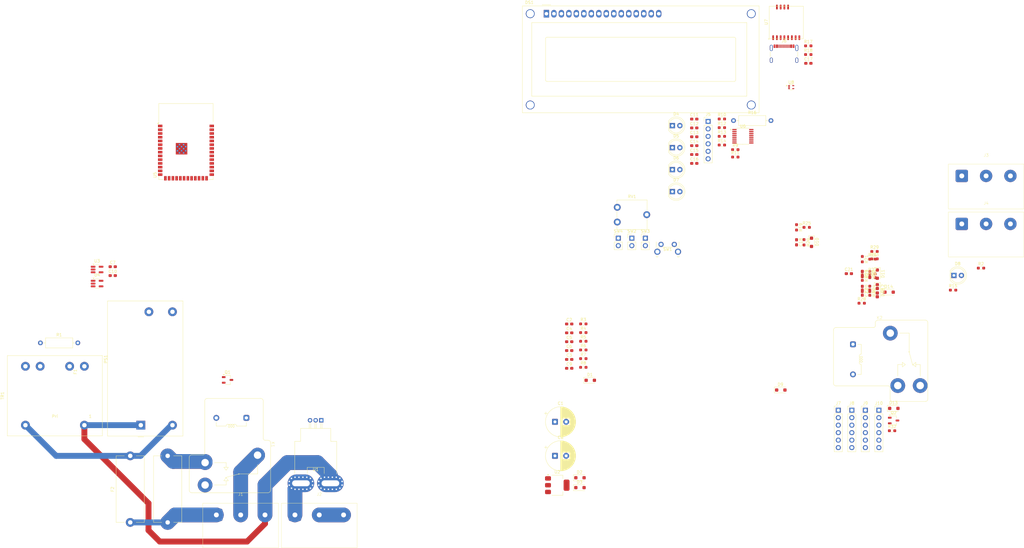
<source format=kicad_pcb>
(kicad_pcb (version 20241229) (generator "pcbnew") (generator_version "9.0")
  (layers (0 "F.Cu" signal) (2 "B.Cu" signal) (13 "F.Paste" user) (15 "B.Paste" user) (5 "F.SilkS" user "F.Silkscreen") (7 "B.SilkS" user "B.Silkscreen") (1 "F.Mask" user) (3 "B.Mask" user) (25 "Edge.Cuts" user))
  (net 0 "")
  (net 1 "Net-(D13-A)")
  (net 2 "/Main PCB/Auxilliary connectors/AuxExt.5")
  (net 3 "/Main PCB/Auxilliary connectors/Aux.7")
  (net 4 "GND")
  (net 5 "/Main PCB/Auxilliary connectors/AuxExt.4")
  (net 6 "/Main PCB/Auxilliary connectors/LORA.NSS")
  (net 7 "/Main PCB/Auxilliary connectors/LORA.BUSY")
  (net 8 "+3.3V")
  (net 9 "/Main PCB/Auxilliary connectors/Aux.4")
  (net 10 "/Main PCB/Auxilliary connectors/LORA.CS")
  (net 11 "/Main PCB/Auxilliary connectors/AuxExt.6")
  (net 12 "/Main PCB/Auxilliary connectors/AuxExt.7")
  (net 13 "/Main PCB/Auxilliary connectors/AuxExt.8")
  (net 14 "/Main PCB/Auxilliary connectors/SPI.SCK")
  (net 15 "/Main PCB/Auxilliary connectors/SPI.COPI")
  (net 16 "/Main PCB/Auxilliary connectors/LORA.RF_SW")
  (net 17 "/Main PCB/Auxilliary connectors/Aux.6")
  (net 18 "/Main PCB/Auxilliary connectors/LORA.RST")
  (net 19 "/Main PCB/Auxilliary connectors/Aux.5")
  (net 20 "/Main PCB/Auxilliary connectors/SPI.CIPO")
  (net 21 "+5V")
  (net 22 "/Main PCB/Auxilliary connectors/Aux.8")
  (net 23 "/Main PCB/Auxilliary connectors/LORA.DIO1")
  (net 24 "/Main PCB/Auxilliary connectors/Aux.relay")
  (net 25 "/Main PCB/Mains and power supply/Current measurement")
  (net 26 "/Main PCB/Mains and power supply/Voltage zero ref")
  (net 27 "/Main PCB/Mains and power supply/Voltage sense")
  (net 28 "/Main PCB/Microcontroller and UI/EN")
  (net 29 "/Main PCB/Microcontroller and UI/BOOT{slash}OK")
  (net 30 "Net-(D1-A)")
  (net 31 "Net-(D4-A)")
  (net 32 "Net-(D5-A)")
  (net 33 "Net-(D6-A)")
  (net 34 "Net-(D7-A)")
  (net 35 "Net-(DS1-VO)")
  (net 36 "/Main PCB/Microcontroller and UI/LCD_{5V}.D5")
  (net 37 "Net-(DS1-LED(+))")
  (net 39 "/Main PCB/Microcontroller and UI/LCD_{5V}.RS")
  (net 40 "/Main PCB/Microcontroller and UI/LCD_{5V}.D4")
  (net 42 "/Main PCB/Microcontroller and UI/LCD_{5V}.D6")
  (net 45 "/Main PCB/Microcontroller and UI/LCD_{5V}.D7")
  (net 46 "/Main PCB/Microcontroller and UI/LCD_{5V}.E")
  (net 47 "/Main PCB/Microcontroller and UI/UART.TX")
  (net 48 "/Main PCB/Microcontroller and UI/UART.RX")
  (net 49 "Earth")
  (net 50 "/Main PCB/Microcontroller and UI/USB.D_P")
  (net 51 "/Main PCB/Microcontroller and UI/USB.D_N")
  (net 53 "/Main PCB/Live out")
  (net 54 "/Main PCB/Live in")
  (net 55 "Net-(PS1-AC{slash}L)")
  (net 56 "/Main PCB/Mains and power supply/Output control")
  (net 57 "Net-(R1-Pad1)")
  (net 58 "Net-(U1-VIOUT)")
  (net 59 "/Main PCB/Microcontroller and UI/CONNECTION")
  (net 60 "/Main PCB/Microcontroller and UI/PUMP_ON")
  (net 61 "/Main PCB/Neutral in")
  (net 62 "/Main PCB/Microcontroller and UI/LCD_{3.3V}.E")
  (net 63 "Net-(U3-+)")
  (net 64 "/Main PCB/Microcontroller and UI/LCD_{3.3V}.RS")
  (net 65 "/Main PCB/Microcontroller and UI/LEFT")
  (net 66 "/Main PCB/Microcontroller and UI/LCD_{3.3V}.D5")
  (net 67 "/Main PCB/Microcontroller and UI/RIGHT")
  (net 68 "/Main PCB/Microcontroller and UI/LCD_{3.3V}.D7")
  (net 69 "Net-(D2-K)")
  (net 70 "Net-(D8-A)")
  (net 71 "/Main PCB/Microcontroller and UI/LCD_{3.3V}.D6")
  (net 72 "/Main PCB/Microcontroller and UI/LCD_{3.3V}.D4")
  (net 78 "/Main PCB/Neutral out")
  (net 79 "Net-(D9-A)")
  (net 80 "Net-(F1-Pad2)")
  (net 81 "/Main PCB/Aux NC")
  (net 82 "/Main PCB/Aux NO")
  (net 83 "/Main PCB/Aux common")
  (net 84 "Net-(J6-CC1)")
  (net 86 "Net-(J6-CC2)")
  (footprint "LED_THT:LED_D5.0mm" (layer "F.Cu") (at 181.4025 70.55)
    (property "Reference" "D7")
    (property "Value" "Output")
  )
  (footprint "Diode_SMD:D_SOD-123F" (layer "F.Cu") (at 150.04 171.068)
    (property "Reference" "D3")
    (property "Value" "3.3V - DDZ9684-7")
  )
  (footprint "Diode_SMD:D_SOD-123F" (layer "F.Cu") (at 228.6 87.76 -90)
    (property "Reference" "D10")
    (property "Value" "3.3V - DDZ9684-7")
  )
  (footprint "Capacitor_SMD:C_0603_1608Metric_Pad1.08x0.95mm_HandSolder" (layer "F.Cu") (at 223.52 87.76 -90)
    (property "Reference" "C18")
    (property "Value" "100n")
  )
  (footprint "Diode_SMD:D_SOD-123F" (layer "F.Cu") (at 218.183 137.922)
    (property "Reference" "D9")
    (property "Value" "PMEG1020EH,115")
  )
  (footprint "Connector_PinHeader_2.54mm:PinHeader_1x02_P2.54mm_Vertical" (layer "F.Cu") (at 167.64 86.36)
    (property "Reference" "SW2")
    (property "Value" "LEFT")
  )
  (footprint "Converter_ACDC:Converter_ACDC_MeanWell_IRM-10-xx_THT" (layer "F.Cu") (at 1.04 149.86 90)
    (property "Reference" "PS1")
    (property "Value" "IRM-10-5")
  )
  (footprint "Package_TO_SOT_SMD:SOT-553" (layer "F.Cu") (at 221.6925 35.06)
    (property "Reference" "U8")
    (property "Value" "TPD3E001DRLR")
  )
  (footprint "Capacitor_SMD:C_0603_1608Metric_Pad1.08x0.95mm_HandSolder" (layer "F.Cu") (at 146.395 118.508)
    (property "Reference" "C4")
    (property "Value" "100n")
  )
  (footprint "Diode_SMD:D_SOD-123F" (layer "F.Cu") (at 254.9225 104.69)
    (property "Reference" "D14")
    (property "Value" "3.3V - DDZ9684-7")
  )
  (footprint "Button_Switch_THT:SW_Tactile_SPST_Angled_PTS645Vx39-2LFS" (layer "F.Cu") (at 177.55 88.465)
    (property "Reference" "SW1")
    (property "Value" "EN")
  )
  (footprint "Resistor_SMD:R_0603_1608Metric_Pad0.98x0.95mm_HandSolder" (layer "F.Cu") (at 245.835 98.5 -90)
    (property "Reference" "R23")
    (property "Value" "10k")
  )
  (footprint "Capacitor_SMD:C_0603_1608Metric_Pad1.08x0.95mm_HandSolder" (layer "F.Cu") (at 188.8225 54.94)
    (property "Reference" "C14")
    (property "Value" "100n")
  )
  (footprint "Resistor_SMD:R_0603_1608Metric_Pad0.98x0.95mm_HandSolder" (layer "F.Cu") (at 151.175 118.418)
    (property "Reference" "R4")
    (property "Value" "R")
  )
  (footprint "Resistor_SMD:R_0603_1608Metric_Pad0.98x0.95mm_HandSolder" (layer "F.Cu") (at 249.2875 99.765)
    (property "Reference" "R34")
    (property "Value" "5.6k")
  )
  (footprint "Capacitor_SMD:C_0603_1608Metric_Pad1.08x0.95mm_HandSolder" (layer "F.Cu") (at 188.8225 51.93)
    (property "Reference" "C13")
    (property "Value" "1u")
  )
  (footprint "Resistor_SMD:R_0603_1608Metric_Pad0.98x0.95mm_HandSolder" (layer "F.Cu") (at 198.1925 48.83)
    (property "Reference" "R12")
    (property "Value" "220")
  )
  (footprint "Resistor_SMD:R_0603_1608Metric_Pad0.98x0.95mm_HandSolder" (layer "F.Cu") (at 249.9775 93.38)
    (property "Reference" "R33")
    (property "Value" "5.6k")
  )
  (footprint "Resistor_SMD:R_0603_1608Metric_Pad0.98x0.95mm_HandSolder" (layer "F.Cu") (at 227.5025 21.05)
    (property "Reference" "R17")
    (property "Value" "5.1k")
  )
  (footprint "PumpMonitorCustomFootprints:8.25mm_ScrewTerminals" (layer "F.Cu") (at 287.8325 81.515)
    (property "Reference" "J4")
    (property "Value" "Auxilliary relay")
  )
  (footprint "Capacitor_SMD:C_0603_1608Metric_Pad1.08x0.95mm_HandSolder" (layer "F.Cu") (at 188.8225 57.95)
    (property "Reference" "C15")
    (property "Value" "100n")
  )
  (footprint "J115F11CH5VDCS61_5U_Relay:J115F11CH5VDCS61-5U" (layer "F.Cu") (at 40.66 160.04 -90)
    (property "Reference" "K1")
    (property "Value" "J115F11CH5VDCS61-5U")
  )
  (footprint "Resistor_SMD:R_0603_1608Metric_Pad0.98x0.95mm_HandSolder" (layer "F.Cu") (at 255.93 151.75)
    (property "Reference" "R32")
    (property "Value" "10k")
  )
  (footprint "Resistor_SMD:R_0603_1608Metric_Pad0.98x0.95mm_HandSolder" (layer "F.Cu") (at 248.375 104.845 -90)
    (property "Reference" "R31")
    (property "Value" "10k")
  )
  (footprint "Sensor_Current:Allegro_CB_PFF" (layer "F.Cu") (at 62.28 148.195 180)
    (property "Reference" "U1")
    (property "Value" "ACS770xCB-050B-PFF")
  )
  (footprint "Resistor_SMD:R_0603_1608Metric_Pad0.98x0.95mm_HandSolder" (layer "F.Cu") (at 245.6275 108.44)
    (property "Reference" "R28")
    (property "Value" "10k")
  )
  (footprint "Connector_PinHeader_2.54mm:PinHeader_1x02_P2.54mm_Vertical" (layer "F.Cu") (at 163.05 86.36)
    (property "Reference" "SW4")
    (property "Value" "BOOT")
  )
  (footprint "Capacitor_SMD:C_0603_1608Metric_Pad1.08x0.95mm_HandSolder" (layer "F.Cu") (at 146.395 127.538)
    (property "Reference" "C3")
    (property "Value" "100n")
  )
  (footprint "Connector_PinHeader_2.54mm:PinHeader_1x06_P2.54mm_Vertical" (layer "F.Cu") (at 193.5225 46.7)
    (property "Reference" "J5")
    (property "Value" "Debug")
  )
  (footprint "Diode_SMD:D_SOD-123F" (layer "F.Cu") (at 153.54 134.62)
    (property "Reference" "D1")
    (property "Value" "PMEG1020EH,115")
  )
  (footprint "PumpMonitorCustomFootprints:8.25mm_ScrewTerminals" (layer "F.Cu") (at 61.59 180.34)
    (property "Reference" "J2")
    (property "Value" "Neutral terminals")
  )
  (footprint "Resistor_SMD:R_0603_1608Metric_Pad0.98x0.95mm_HandSolder" (layer "F.Cu") (at 151.175 121.368)
    (property "Reference" "R5")
    (property "Value" "R")
  )
  (footprint "Fuse:Fuseholder_Cylinder-5x20mm_Stelvio-Kontek_PTF78_Horizontal_Open" (layer "F.Cu") (at -2.54 182.88 90)
    (property "Reference" "F2")
    (property "Value" "600mA")
  )
  (footprint "Resistor_SMD:R_0603_1608Metric_Pad0.98x0.95mm_HandSolder" (layer "F.Cu") (at 223.52 82.68 -90)
    (property "Reference" "R19")
    (property "Value" "10k")
  )
  (footprint "LED_THT:LED_D5.0mm" (layer "F.Cu") (at 181.4025 55.61)
    (property "Reference" "D5")
    (property "Value" "Connection")
  )
  (footprint "PumpMonitorCustomFootprints:8.25mm_ScrewTerminals" (layer "F.Cu") (at 34.93 180.34)
    (property "Reference" "J1")
    (property "Value" "Live terminals")
  )
  (footprint "Package_TO_SOT_SMD:SOT-223-3_TabPin2" (layer "F.Cu") (at 142.345 170.243)
    (property "Reference" "U2")
    (property "Value" "AMS1117-3.3")
  )
  (footprint "Resistor_SMD:R_0603_1608Metric_Pad0.98x0.95mm_HandSolder" (layer "F.Cu") (at 249.2875 98.5)
    (property "Reference" "R27")
    (property "Value" "5.6k")
  )
  (footprint "Resistor_SMD:R_0603_1608Metric_Pad0.98x0.95mm_HandSolder" (layer "F.Cu") (at 248.375 98.565 -90)
    (property "Reference" "R22")
    (property "Value" "10k")
  )
  (footprint "Connector_PinHeader_2.54mm:PinHeader_1x06_P2.54mm_Vertical" (layer "F.Cu") (at 237.69 144.78)
    (property "Reference" "J7")
    (property "Value" "Aux GPIO 1")
  )
  (footprint "Resistor_SMD:R_0603_1608Metric_Pad0.98x0.95mm_HandSolder" (layer "F.Cu") (at 276.6275 103.99)
    (property "Reference" "R15")
    (property "Value" "220")
  )
  (footprint "Wio-SX1262 Module Kicad Library:Wio-SX1262 PCB Package" (layer "F.Cu") (at 214.255 18.575)
    (property "Reference" "U7")
    (property "Value" "WIO-SX1262")
  )
  (footprint "Resistor_SMD:R_0603_1608Metric_Pad0.98x0.95mm_HandSolder" (layer "F.Cu") (at 249.9775 90.87)
    (property "Reference" "R29")
    (property "Value" "10k")
  )
  (footprint "Package_TO_SOT_SMD:TSOT-23" (layer "F.Cu") (at 256.45 148.275)
    (property "Reference" "Q2")
    (property "Value" "AS2302")
  )
  (footprint "Fuse:Fuseholder_Cylinder-5x20mm_Stelvio-Kontek_PTF78_Horizontal_Open" (layer "F.Cu") (at 10.16 182.88 90)
    (property "Reference" "F1")
    (property "Value" "600mA")
  )
  (footprint "Capacitor_THT:CP_Radial_D10.0mm_P3.80mm" (layer "F.Cu") (at 141.559646 160.268)
    (property "Reference" "C8")
    (property "Value" "100u")
  )
  (footprint "Resistor_SMD:R_0603_1608Metric_Pad0.98x0.95mm_HandSolder" (layer "F.Cu") (at 248.375 103.58 -90)
    (property "Reference" "R24")
    (property "Value" "10k")
  )
  (footprint "Resistor_SMD:R_0603_1608Metric_Pad0.98x0.95mm_HandSolder" (layer "F.Cu") (at 227.5025 24)
    (property "Reference" "R18")
    (property "Value" "5.1k")
  )
  (footprint "Resistor_SMD:R_0603_1608Metric_Pad0.98x0.95mm_HandSolder" (layer "F.Cu") (at 245.835 93.485 -90)
    (property "Reference" "R21")
    (property "Value" "10k")
  )
  (footprint "Resistor_SMD:R_0603_1608Metric_Pad0.98x0.95mm_HandSolder" (layer "F.Cu") (at 151.175 124.318)
    (property "Reference" "R6")
    (property "Value" "10k")
  )
  (footprint "Diode_SMD:D_SOD-123F" (layer "F.Cu") (at 250.915 98.565 -90)
    (property "Reference" "D11")
    (property "Value" "3.3V - DDZ9684-7")
  )
  (footprint "PumpMonitorCustomFootprints:Transformer_BV302D06012" (layer "F.Cu") (at -18.1 149.86 90)
    (property "Reference" "TR1")
    (property "Value" "BV302D06012")
  )
  (footprint "Capacitor_SMD:C_0603_1608Metric_Pad1.08x0.95mm_HandSolder" (layer "F.Cu") (at 245.835 104.845 -90)
    (property "Reference" "C22")
    (property "Value" "100n")
  )
  (footprint "Package_TO_SOT_SMD:SOT-23-5_HandSoldering" (layer "F.Cu") (at -13.7925 96.995)
    (property "Reference" "U3")
    (property "Value" "LMV321")
  )
  (footprint "Resistor_SMD:R_0603_1608Metric_Pad0.98x0.95mm_HandSolder" (layer "F.Cu") (at 245.835 99.765 -90)
    (property "Reference" "R30")
    (property "Value" "10k")
  )
  (footprint "Connector_USB:USB_C_Receptacle_GCT_USB4105-xx-A_16P_TopMnt_Horizontal" (layer "F.Cu") (at 219.2825 24.86)
    (property "Reference" "J6")
    (property "Value" "USB_C_Receptacle_USB2.0_16P")
  )
  (footprint "Resistor_SMD:R_0603_1608Metric_Pad0.98x0.95mm_HandSolder" (layer "F.Cu") (at 198.1925 45.88)
    (property "Reference" "R10")
    (property "Value" "220")
  )
  (footprint "RF_Module:ESP32-S3-WROOM-1" (layer "F.Cu") (at 16.37 53.52)
    (property "Reference" "U5")
    (property "Value" "ESP32-S3-WROOM-1")
  )
  (footprint "Connector_PinHeader_2.54mm:PinHeader_1x02_P2.54mm_Vertical" (layer "F.Cu") (at 172.23 86.36)
    (property "Reference" "SW3")
    (property "Value" "RIGHT")
  )
  (footprint "Capacitor_SMD:C_0603_1608Metric_Pad1.08x0.95mm_HandSolder" (layer "F.Cu") (at 227.5325 26.98)
    (property "Reference" "C17")
    (property "Value" "100n")
  )
  (footprint "Capacitor_SMD:C_0603_1608Metric_Pad1.08x0.95mm_HandSolder" (layer "F.Cu") (at -8.4825 99.06)
    (property "Reference" "C10")
    (property "Value" "100n")
  )
  (footprint "Capacitor_SMD:C_0603_1608Metric_Pad1.08x0.95mm_HandSolder" (layer "F.Cu") (at 188.8225 48.92)
    (property "Reference" "C12")
    (property "Value" "100n")
  )
  (footprint "Capacitor_SMD:C_0603_1608Metric_Pad1.08x0.95mm_HandSolder" (layer "F.Cu") (at 146.395 124.528)
    (property "Reference" "C6")
    (property "Value" "100n")
  )
  (footprint "LED_THT:LED_D5.0mm" (layer "F.Cu") (at 181.4025 48.14)
    (property "Reference" "D4")
    (property "Value" "Power")
  )
  (footprint "Resistor_THT:R_Axial_DIN0309_L9.0mm_D3.2mm_P12.70mm_Horizontal" (layer "F.Cu") (at 202.1425 46.43)
    (property "Reference" "R16")
    (property "Value" "100")
  )
  (footprint "Diode_SMD:D_SOD-123F" (layer "F.Cu") (at 150.04 167.718)
    (property "Reference" "D2")
    (property "Value" "3.3V - DDZ9684-7")
  )
  (footprint "Resistor_SMD:R_0603_1608Metric_Pad0.98x0.95mm_HandSolder" (layer "F.Cu") (at 249.2875 93.485)
    (property "Reference" "R26")
    (property "Value" "5.6k")
  )
  (footprint "LED_THT:LED_D5.0mm" (layer "F.Cu") (at 276.9175 99)
    (property "Reference" "D8")
    (property "Value" "Aux relay")
  )
  (footprint "PumpMonitorCustomFootprints:8.25mm_ScrewTerminals" (layer "F.Cu") (at 287.8325 65.215)
    (property "Reference" "J3")
    (property "Value" "Mains terminals")
  )
  (footprint "Package_SO:TSSOP-16_4.4x5mm_P0.65mm" (layer "F.Cu") (at 205.3175 51.75)
    (property "Reference" "U6")
    (property "Value" "MC14504B")
  )
  (footprint "Resistor_SMD:R_0603_1608Metric_Pad0.98x0.95mm_HandSolder" (layer "F.Cu") (at 202.7425 58.81)
    (property "Reference" "R11")
    (property "Value" "10k")
  )
  (footprint "Resistor_SMD:R_0603_1608Metric_Pad0.98x0.95mm_HandSolder" (layer "F.Cu") (at 202.7425 56.3)
    (property "Reference" "R9")
    (property "Value" "10k")
  )
  (footprint "Resistor_SMD:R_0603_1608Metric_Pad0.98x0.95mm_HandSolder" (layer "F.Cu") (at 226.06 87.76 -90)
    (property "Reference" "R20")
    (property "Value" "10k")
  )
  (footprint "Capacitor_SMD:C_0603_1608Metric_Pad1.08x0.95mm_HandSolder" (layer "F.Cu") (at -8.4825 96.05)
    (property "Reference" "C7")
    (property "Value" "100n")
  )
  (footprint "Display:WC1602A" (layer "F.Cu") (at 138.6625 10.135)
    (property "Reference" "DS1")
    (property "Value" "WC1602A")
  )
  (footprint "Capacitor_THT:CP_Radial_D10.0mm_P3.80mm" (layer "F.Cu") (at 141.559646 148.718)
    (property "Reference" "C1")
    (property "Value" "100u")
  )
  (footprint "LED_THT:LED_D5.0mm" (layer "F.Cu") (at 181.4025 63.08)
    (property "Reference" "D6")
    (property "Value" "Pump on")
  )
  (footprint "Capacitor_SMD:C_0603_1608Metric_Pad1.08x0.95mm_HandSolder" (layer "F.Cu") (at 188.8225 60.96)
    (property "Reference" "C16")
    (property "Value" "100n")
  )
  (footprint "Connector_PinHeader_2.54mm:PinHeader_1x06_P2.54mm_Vertical" (layer "F.Cu") (at 251.46 144.78)
    (property "Reference" "J10")
    (property "Value" "Aux GPIO 4")
  )
  (footprint "Package_TO_SOT_SMD:SOT-23-5_HandSoldering" (layer "F.Cu") (at -13.7925 101.77)
    (property "Reference" "U4")
    (property "Value" "LMV321")
  )
  (footprint "Diode_SMD:D_SOD-123F" (layer "F.Cu") (at 250.915 103.58 -90)
    (property "Reference" "D12")
    (property "Value" "3.3V - DDZ9684-7")
  )
  (footprint "Capacitor_SMD:C_0603_1608Metric_Pad1.08x0.95mm_HandSolder" (layer "F.Cu") (at 241.2775 98.4)
    (property "Reference" "C21")
    (property "Value" "100n")
  )
  (footprint "Resistor_SMD:R_0603_1608Metric_Pad0.98x0.95mm_HandSolder" (layer "F.Cu") (at 151.175 127.268)
    (property "Reference" "R7")
    (property "Value" "5.6k")
  )
  (footprint "Capacitor_SMD:C_0603_1608Metric_Pad1.08x0.95mm_HandSolder" (layer "F.Cu") (at 245.835 98.565 -90)
    (property "Reference" "C19")
    (property "Value" "100n")
  )
  (footprint "Package_TO_SOT_SMD:TSOT-23" (layer "F.Cu") (at 30.48 134.493)
    (property "Reference" "Q1")
    (property "Value" "AS2302")
  )
  (footprint "Connector_PinHeader_2.54mm:PinHeader_1x06_P2.54mm_Vertical" (layer "F.Cu") (at 246.87 144.78)
    (property "Reference" "J9")
    (property "Value" "Aux GPIO 3")
  )
  (footprint "Resistor_THT:R_Axial_DIN0309_L9.0mm_D3.2mm_P12.70mm_Horizontal" (layer "F.Cu") (at -33.02 121.92)
    (property "Reference" "R1")
    (property "Value" "R")
  )
  (footprint "Resistor_SMD:R_0603_1608Metric_Pad0.98x0.95mm_HandSolder" (layer "F.Cu") (at 226.9725 82.68)
    (property "Reference" "R25")
    (property "Value" "5.6k")
  )
  (footprint "Resistor_SMD:R_0603_1608Metric_Pad0.98x0.95mm_HandSolder" (layer "F.Cu") (at 198.1925 51.78)
    (property "Reference" "R13")
    (property "Value" "220")
  )
  (footprint "Connector_PinHeader_2.54mm:PinHeader_1x06_P2.54mm_Vertical" (layer "F.Cu") (at 242.28 144.78)
    (property "Reference" "J8")
    (property "Value" "Aux GPIO 2")
  )
  (footprint "Capacitor_SMD:C_0603_1608Metric_Pad1.08x0.95mm_HandSolder" (layer "F.Cu") (at 245.835 103.58 -90)
    (property "Reference" "C20")
    (property "Value" "100n")
  )
  (footprint "Potentiometer_THT:Potentiometer_ACP_CA9-V10_Vertical" (layer "F.Cu") (at 162.7 80.88)
    (property "Reference" "RV1")
    (property "Value" "10k")
  )
  (footprint "Capacitor_SMD:C_0603_1608Metric_Pad1.08x0.95mm_HandSolder" (layer "F.Cu") (at 146.395 130.548)
    (property "Reference" "C9")
    (property "Value" "1u")
  )
  (footprint "J115F11CH5VDCS61_5U_Relay:J115F11CH5VDCS61-5U" (layer "F.Cu") (at 255.33 118.61)
    (property "Reference" "K2")
    (property "Value" "J115F11CH5VDCS61-5U")
  )
  (footprint "Diode_SMD:D_SOD-123F" (layer "F.Cu") (at 250.915 104.845 -90)
    (property "Reference" "D15")
    (property "Value" "3.3V - DDZ9684-7")
  )
  (footprint "Resistor_SMD:R_0603_1608Metric_Pad0.98x0.95mm_HandSolder" (layer "F.Cu") (at 198.1925 54.73)
    (property "Reference" "R14")
    (property "Value" "220")
  )
  (footprint "Resistor_SMD:R_0603_1608Metric_Pad0.98x0.95mm_HandSolder" (layer "F.Cu") (at 151.175 130.218)
    (property "Reference" "R8")
    (property "Value" "10k")
  )
  (footprint "Resistor_SMD:R_0603_1608Metric_Pad0.98x0.95mm_HandSolder" (layer "F.Cu") (at 286.1075 96.52)
    (property "Reference" "R2")
    (property "Value" "10k")
  )
  (footprint "Capacitor_SMD:C_0603_1608Metric_Pad1.08x0.95mm_HandSolder" (layer "F.Cu") (at 146.395 115.498)
    (property "Reference" "C2")
    (property "Value" "47n")
  )
  (footprint "Capacitor_SMD:C_0603_1608Metric_Pad1.08x0.95mm_HandSolder" (layer "F.Cu") (at 188.8225 45.91)
    (property "Reference" "C11")
    (property "Value" "1u")
  )
  (footprint "Capacitor_SMD:C_0603_1608Metric_Pad1.08x0.95mm_HandSolder" (layer "F.Cu") (at 146.395 121.518)
    (property "Reference" "C5")
    (property "Value" "C")
  )
  (footprint "Diode_SMD:D_SOD-123F" (layer "F.Cu") (at 256.525 144.16)
    (property "Reference" "D13")
    (property "Value" "PMEG1020EH,115")
  )
  (footprint "Resistor_SMD:R_0603_1608Metric_Pad0.98x0.95mm_HandSolder" (layer "F.Cu") (at 151.175 115.468)
    (property "Reference" "R3")
    (property "Value" "5.6k")
  )
  (segment (start 61.59 180.34) (end 69.84 180.34) (width 5) (layer "F.Cu") (net 49))
  (segment (start 69.84 180.34) (end 61.59 180.34) (width 5) (layer "B.Cu") (net 49))
  (segment (start 34.93 165.77) (end 34.93 180.34) (width 5) (layer "F.Cu") (net 53))
  (segment (start 40.66 160.04) (end 34.93 165.77) (width 5) (layer "F.Cu") (net 53))
  (segment (start 40.66 160.04) (end 34.93 165.77) (width 5) (layer "B.Cu") (net 53))
  (segment (start 34.93 165.77) (end 34.93 180.34) (width 5) (layer "B.Cu") (net 53))
  (segment (start 26.68 180.34) (end 12.7 180.34) (width 5) (layer "F.Cu") (net 54))
  (segment (start 12.7 180.34) (end 10.16 182.88) (width 5) (layer "F.Cu") (net 54))
  (segment (start 12.7 180.34) (end 10.16 182.88) (width 5) (layer "B.Cu") (net 54))
  (segment (start 26.68 180.34) (end 12.7 180.34) (width 5) (layer "B.Cu") (net 54))
  (segment (start 10.16 182.88) (end -2.54 182.88) (width 2) (layer "B.Cu") (net 54))
  (segment (start 11.79 149.86) (end 11.386198 149.86) (width 2) (layer "B.Cu") (net 55))
  (segment (start -27.68 160.28) (end -38.1 149.86) (width 2) (layer "B.Cu") (net 55))
  (segment (start -2.54 160.28) (end -27.68 160.28) (width 2) (layer "B.Cu") (net 55))
  (segment (start 0.966198 160.28) (end -2.54 160.28) (width 2) (layer "B.Cu") (net 55))
  (segment (start 11.386198 149.86) (end 0.966198 160.28) (width 2) (layer "B.Cu") (net 55))
  (segment (start 60.96 162.56) (end 65.37 166.97) (width 5) (layer "F.Cu") (net 61))
  (segment (start 3.659 185.572802) (end 7.467198 189.381) (width 2) (layer "F.Cu") (net 61))
  (segment (start 43.18 183.309848) (end 43.18 180.34) (width 2) (layer "F.Cu") (net 61))
  (segment (start 3.659 176.379) (end 3.659 185.572802) (width 2) (layer "F.Cu") (net 61))
  (segment (start 7.467198 189.381) (end 37.108848 189.381) (width 2) (layer "F.Cu") (net 61))
  (segment (start 43.18 180.34) (end 43.18 170.18) (width 5) (layer "F.Cu") (net 61))
  (segment (start -18.1 149.86) (end -18.1 154.62) (width 2) (layer "F.Cu") (net 61))
  (segment (start 43.18 170.18) (end 50.8 162.56) (width 5) (layer "F.Cu") (net 61))
  (segment (start 37.108848 189.381) (end 43.18 183.309848) (width 2) (layer "F.Cu") (net 61))
  (segment (start 65.37 166.97) (end 65.37 169.595) (width 5) (layer "F.Cu") (net 61))
  (segment (start 50.8 162.56) (end 60.96 162.56) (width 5) (layer "F.Cu") (net 61))
  (segment (start -18.1 154.62) (end 3.659 176.379) (width 2) (layer "F.Cu") (net 61))
  (segment (start 65.37 166.97) (end 60.96 162.56) (width 5) (layer "B.Cu") (net 61))
  (segment (start 60.96 162.56) (end 50.8 162.56) (width 5) (layer "B.Cu") (net 61))
  (segment (start 43.18 170.18) (end 43.18 180.34) (width 5) (layer "B.Cu") (net 61))
  (segment (start 50.8 162.56) (end 43.18 170.18) (width 5) (layer "B.Cu") (net 61))
  (segment (start 1.04 149.86) (end -18.1 149.86) (width 2) (layer "B.Cu") (net 61))
  (segment (start 65.37 169.595) (end 65.37 166.97) (width 5) (layer "B.Cu") (net 61))
  (segment (start 55.37 169.595) (end 53.34 171.625) (width 5) (layer "F.Cu") (net 78))
  (segment (start 53.34 171.625) (end 53.34 180.34) (width 5) (layer "F.Cu") (net 78))
  (segment (start 53.34 171.625) (end 53.34 180.34) (width 5) (layer "B.Cu") (net 78))
  (segment (start 55.37 169.595) (end 53.34 171.625) (width 5) (layer "B.Cu") (net 78))
  (segment (start 12.059 162.179) (end 22.86 162.179) (width 5) (layer "F.Cu") (net 80))
  (segment (start 10.16 160.28) (end 12.059 162.179) (width 5) (layer "F.Cu") (net 80))
  (segment (start 10.16 160.28) (end 12.059 162.179) (width 5) (layer "B.Cu") (net 80))
  (segment (start 12.059 162.179) (end 22.86 162.179) (width 5) (layer "B.Cu") (net 80))
)
</source>
